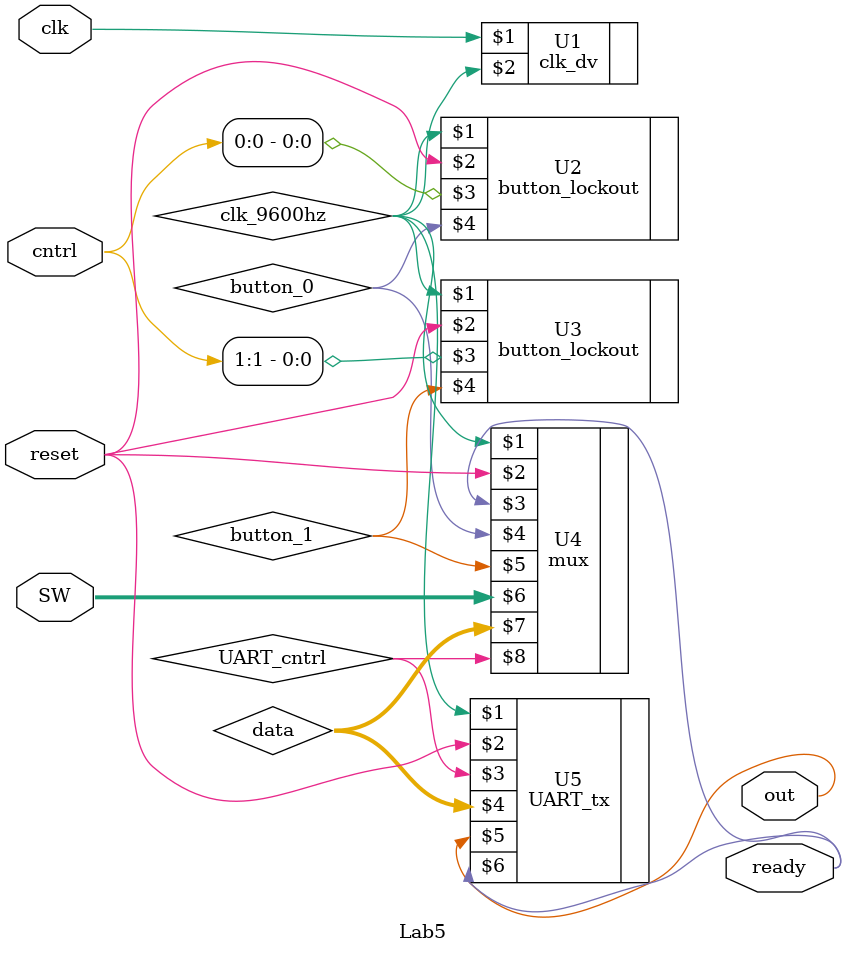
<source format=v>


module Lab5( 
	input clk,
	input reset,
	input [1:0]cntrl,
	input [7:0]SW,
	output out,
	output ready
);
 
//-----------------------------------------------------------
// Signal Declarations: wire
//-----------------------------------------------------------
	wire clk_9600hz, UART_cntrl, button_0, button_1;
	wire [7:0]data;


	clk_dv #(2603)U1(clk, clk_9600hz);
	button_lockout U2(clk_9600hz, reset, cntrl[0], button_0);
	button_lockout U3(clk_9600hz, reset, cntrl[1], button_1);
	mux U4(clk_9600hz, reset, ready, button_0, button_1, SW, data, UART_cntrl);
	UART_tx U5(clk_9600hz, reset, UART_cntrl, data, out, ready);


endmodule




</source>
